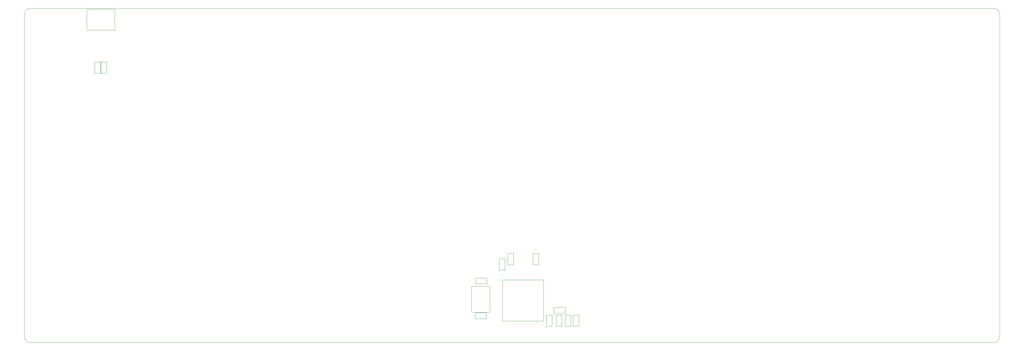
<source format=gbr>
G04 #@! TF.GenerationSoftware,KiCad,Pcbnew,(5.1.5)-3*
G04 #@! TF.CreationDate,2020-04-14T21:23:01-05:00*
G04 #@! TF.ProjectId,Without Led and Usb-c,57697468-6f75-4742-904c-656420616e64,rev?*
G04 #@! TF.SameCoordinates,Original*
G04 #@! TF.FileFunction,Other,User*
%FSLAX46Y46*%
G04 Gerber Fmt 4.6, Leading zero omitted, Abs format (unit mm)*
G04 Created by KiCad (PCBNEW (5.1.5)-3) date 2020-04-14 21:23:01*
%MOMM*%
%LPD*%
G04 APERTURE LIST*
%ADD10C,0.050000*%
%ADD11C,0.100000*%
G04 APERTURE END LIST*
D10*
X9820000Y-147280000D02*
X9819976Y-41880000D01*
X326720000Y-39879976D02*
G75*
G02X328720024Y-41880000I0J-2000024D01*
G01*
X328720000Y-147280000D02*
G75*
G02X326720000Y-149280000I-2000000J0D01*
G01*
X11820000Y-149280000D02*
G75*
G02X9820000Y-147280000I0J2000000D01*
G01*
X9819976Y-41880000D02*
G75*
G02X11820000Y-39879976I2000024J0D01*
G01*
X11820000Y-39879976D02*
X15820000Y-39880000D01*
X326720000Y-149280000D02*
X11820000Y-149280000D01*
X328720024Y-41880000D02*
X328720000Y-147280000D01*
X15820000Y-39880000D02*
X326720000Y-39879976D01*
X182950000Y-139650000D02*
X186650000Y-139650000D01*
X182950000Y-137750000D02*
X182950000Y-139650000D01*
X186650000Y-137750000D02*
X182950000Y-137750000D01*
X186650000Y-139650000D02*
X186650000Y-137750000D01*
X161050000Y-128150000D02*
X157350000Y-128150000D01*
X161050000Y-130050000D02*
X161050000Y-128150000D01*
X157350000Y-130050000D02*
X161050000Y-130050000D01*
X157350000Y-128150000D02*
X157350000Y-130050000D01*
X157150000Y-141450000D02*
X160850000Y-141450000D01*
X157150000Y-139550000D02*
X157150000Y-141450000D01*
X160850000Y-139550000D02*
X157150000Y-139550000D01*
X160850000Y-141450000D02*
X160850000Y-139550000D01*
X165050000Y-121825000D02*
X165050000Y-125525000D01*
X166950000Y-121825000D02*
X165050000Y-121825000D01*
X166950000Y-125525000D02*
X166950000Y-121825000D01*
X165050000Y-125525000D02*
X166950000Y-125525000D01*
X188550000Y-143950000D02*
X188550000Y-140250000D01*
X186650000Y-143950000D02*
X188550000Y-143950000D01*
X186650000Y-140250000D02*
X186650000Y-143950000D01*
X188550000Y-140250000D02*
X186650000Y-140250000D01*
X185550000Y-143950000D02*
X185550000Y-140250000D01*
X183650000Y-143950000D02*
X185550000Y-143950000D01*
X183650000Y-140250000D02*
X183650000Y-143950000D01*
X185550000Y-140250000D02*
X183650000Y-140250000D01*
X182350000Y-143950000D02*
X182350000Y-140250000D01*
X180450000Y-143950000D02*
X182350000Y-143950000D01*
X180450000Y-140250000D02*
X180450000Y-143950000D01*
X182350000Y-140250000D02*
X180450000Y-140250000D01*
X166100000Y-128800000D02*
X179500000Y-128800000D01*
X166100000Y-142200000D02*
X179500000Y-142200000D01*
X179500000Y-142200000D02*
X179500000Y-128800000D01*
X166100000Y-142200000D02*
X166100000Y-128800000D01*
X169750000Y-120050000D02*
X167850000Y-120050000D01*
X167850000Y-120050000D02*
X167850000Y-123750000D01*
X167850000Y-123750000D02*
X169750000Y-123750000D01*
X169750000Y-123750000D02*
X169750000Y-120050000D01*
X32800000Y-57400000D02*
X32800000Y-61100000D01*
X34700000Y-57400000D02*
X32800000Y-57400000D01*
X34700000Y-61100000D02*
X34700000Y-57400000D01*
X32800000Y-61100000D02*
X34700000Y-61100000D01*
X162000000Y-130850000D02*
X156000000Y-130850000D01*
X162000000Y-139350000D02*
X162000000Y-130850000D01*
X156000000Y-139350000D02*
X162000000Y-139350000D01*
X156000000Y-130850000D02*
X156000000Y-139350000D01*
X177950000Y-123750000D02*
X177950000Y-120050000D01*
X176050000Y-123750000D02*
X177950000Y-123750000D01*
X176050000Y-120050000D02*
X176050000Y-123750000D01*
X177950000Y-120050000D02*
X176050000Y-120050000D01*
X34800000Y-57400000D02*
X34800000Y-61100000D01*
X36700000Y-57400000D02*
X34800000Y-57400000D01*
X36700000Y-61100000D02*
X36700000Y-57400000D01*
X34800000Y-61100000D02*
X36700000Y-61100000D01*
D11*
X30150000Y-40200000D02*
X39350000Y-40200000D01*
X30150000Y-40200000D02*
X30150000Y-47000000D01*
X39350000Y-40200000D02*
X39350000Y-47000000D01*
X30150000Y-47000000D02*
X39350000Y-47000000D01*
D10*
X191150000Y-143950000D02*
X191150000Y-140250000D01*
X189250000Y-143950000D02*
X191150000Y-143950000D01*
X189250000Y-140250000D02*
X189250000Y-143950000D01*
X191150000Y-140250000D02*
X189250000Y-140250000D01*
M02*

</source>
